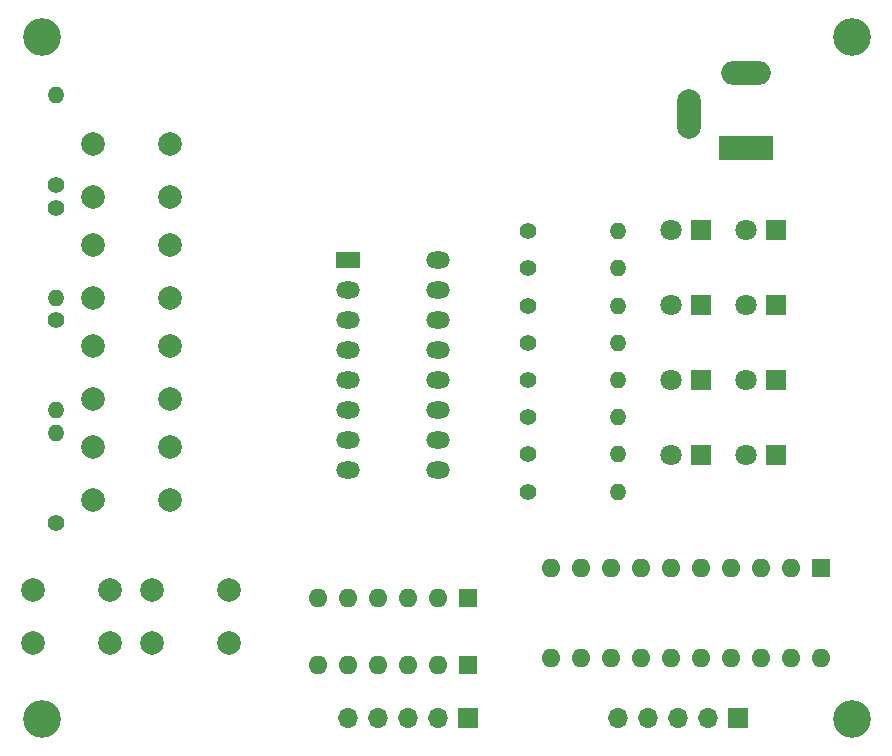
<source format=gbs>
G04 #@! TF.GenerationSoftware,KiCad,Pcbnew,8.0.3*
G04 #@! TF.CreationDate,2024-12-06T19:43:13+13:00*
G04 #@! TF.ProjectId,DS8641N_tester,44533836-3431-44e5-9f74-65737465722e,rev?*
G04 #@! TF.SameCoordinates,Original*
G04 #@! TF.FileFunction,Soldermask,Bot*
G04 #@! TF.FilePolarity,Negative*
%FSLAX46Y46*%
G04 Gerber Fmt 4.6, Leading zero omitted, Abs format (unit mm)*
G04 Created by KiCad (PCBNEW 8.0.3) date 2024-12-06 19:43:13*
%MOMM*%
%LPD*%
G01*
G04 APERTURE LIST*
%ADD10C,2.000000*%
%ADD11R,1.800000X1.800000*%
%ADD12C,1.800000*%
%ADD13C,1.400000*%
%ADD14O,1.400000X1.400000*%
%ADD15C,3.200000*%
%ADD16R,1.600000X1.600000*%
%ADD17O,1.600000X1.600000*%
%ADD18R,1.700000X1.700000*%
%ADD19O,1.700000X1.700000*%
%ADD20R,2.000000X1.440000*%
%ADD21O,2.000000X1.440000*%
%ADD22R,4.600000X2.000000*%
%ADD23O,4.200000X2.000000*%
%ADD24O,2.000000X4.200000*%
G04 APERTURE END LIST*
D10*
X130735000Y-109165000D03*
X137235000Y-109165000D03*
X130735000Y-113665000D03*
X137235000Y-113665000D03*
D11*
X177165000Y-91440000D03*
D12*
X174625000Y-91440000D03*
D11*
X183515000Y-78740000D03*
D12*
X180975000Y-78740000D03*
D10*
X120650000Y-109165000D03*
X127150000Y-109165000D03*
X120650000Y-113665000D03*
X127150000Y-113665000D03*
D11*
X183515000Y-91440000D03*
D12*
X180975000Y-91440000D03*
D13*
X162560000Y-100865000D03*
D14*
X170180000Y-100865000D03*
D13*
X122555000Y-86360000D03*
D14*
X122555000Y-93980000D03*
D10*
X125730000Y-97100000D03*
X132230000Y-97100000D03*
X125730000Y-101600000D03*
X132230000Y-101600000D03*
D15*
X189973949Y-62338949D03*
D10*
X125730000Y-71450000D03*
X132230000Y-71450000D03*
X125730000Y-75950000D03*
X132230000Y-75950000D03*
D11*
X177165000Y-78740000D03*
D12*
X174625000Y-78740000D03*
D10*
X125730000Y-80000000D03*
X132230000Y-80000000D03*
X125730000Y-84500000D03*
X132230000Y-84500000D03*
D15*
X121393949Y-62338949D03*
D16*
X157480000Y-109855000D03*
D17*
X154940000Y-109855000D03*
X152400000Y-109855000D03*
X149860000Y-109855000D03*
X147320000Y-109855000D03*
X144780000Y-109855000D03*
D13*
X162560000Y-94565000D03*
D14*
X170180000Y-94565000D03*
D13*
X162560000Y-91415000D03*
D14*
X170180000Y-91415000D03*
D18*
X157480000Y-120015000D03*
D19*
X154940000Y-120015000D03*
X152400000Y-120015000D03*
X149860000Y-120015000D03*
X147320000Y-120015000D03*
D15*
X121393949Y-120123949D03*
D11*
X183515000Y-85090000D03*
D12*
X180975000Y-85090000D03*
D13*
X122555000Y-74930000D03*
D14*
X122555000Y-67310000D03*
D10*
X125730000Y-88550000D03*
X132230000Y-88550000D03*
X125730000Y-93050000D03*
X132230000Y-93050000D03*
D11*
X177165000Y-97790000D03*
D12*
X174625000Y-97790000D03*
D13*
X122555000Y-103505000D03*
D14*
X122555000Y-95885000D03*
D13*
X162560000Y-85115000D03*
D14*
X170180000Y-85115000D03*
D13*
X162560000Y-97715000D03*
D14*
X170180000Y-97715000D03*
D18*
X180340000Y-120015000D03*
D19*
X177800000Y-120015000D03*
X175260000Y-120015000D03*
X172720000Y-120015000D03*
X170180000Y-120015000D03*
D16*
X187325000Y-107325000D03*
D17*
X184785000Y-107325000D03*
X182245000Y-107325000D03*
X179705000Y-107325000D03*
X177165000Y-107325000D03*
X174625000Y-107325000D03*
X172085000Y-107325000D03*
X169545000Y-107325000D03*
X167005000Y-107325000D03*
X164465000Y-107325000D03*
X164465000Y-114945000D03*
X167005000Y-114945000D03*
X169545000Y-114945000D03*
X172085000Y-114945000D03*
X174625000Y-114945000D03*
X177165000Y-114945000D03*
X179705000Y-114945000D03*
X182245000Y-114945000D03*
X184785000Y-114945000D03*
X187325000Y-114945000D03*
D13*
X162560000Y-81965000D03*
D14*
X170180000Y-81965000D03*
D20*
X147320000Y-81280000D03*
D21*
X147320000Y-83820000D03*
X147320000Y-86360000D03*
X147320000Y-88900000D03*
X147320000Y-91440000D03*
X147320000Y-93980000D03*
X147320000Y-96520000D03*
X147320000Y-99060000D03*
X154940000Y-99060000D03*
X154940000Y-96520000D03*
X154940000Y-93980000D03*
X154940000Y-91440000D03*
X154940000Y-88900000D03*
X154940000Y-86360000D03*
X154940000Y-83820000D03*
X154940000Y-81280000D03*
D11*
X177165000Y-85090000D03*
D12*
X174625000Y-85090000D03*
D13*
X162560000Y-78815000D03*
D14*
X170180000Y-78815000D03*
D22*
X180990000Y-71755000D03*
D23*
X180990000Y-65455000D03*
D24*
X176190000Y-68855000D03*
D13*
X122555000Y-76835000D03*
D14*
X122555000Y-84455000D03*
D16*
X157480000Y-115570000D03*
D17*
X154940000Y-115570000D03*
X152400000Y-115570000D03*
X149860000Y-115570000D03*
X147320000Y-115570000D03*
X144780000Y-115570000D03*
D13*
X162560000Y-88265000D03*
D14*
X170180000Y-88265000D03*
D15*
X189973949Y-120123949D03*
D11*
X183515000Y-97790000D03*
D12*
X180975000Y-97790000D03*
M02*

</source>
